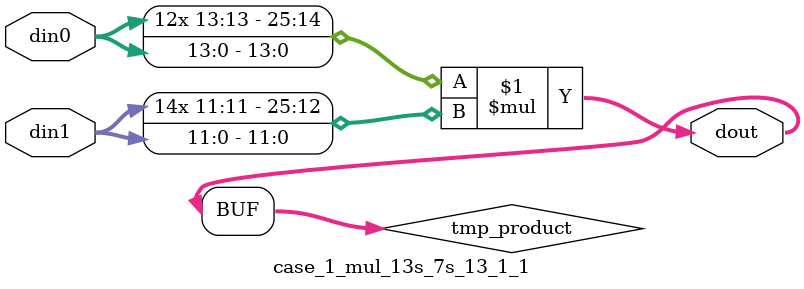
<source format=v>

`timescale 1 ns / 1 ps

 module case_1_mul_13s_7s_13_1_1(din0, din1, dout);
parameter ID = 1;
parameter NUM_STAGE = 0;
parameter din0_WIDTH = 14;
parameter din1_WIDTH = 12;
parameter dout_WIDTH = 26;

input [din0_WIDTH - 1 : 0] din0; 
input [din1_WIDTH - 1 : 0] din1; 
output [dout_WIDTH - 1 : 0] dout;

wire signed [dout_WIDTH - 1 : 0] tmp_product;



























assign tmp_product = $signed(din0) * $signed(din1);








assign dout = tmp_product;





















endmodule

</source>
